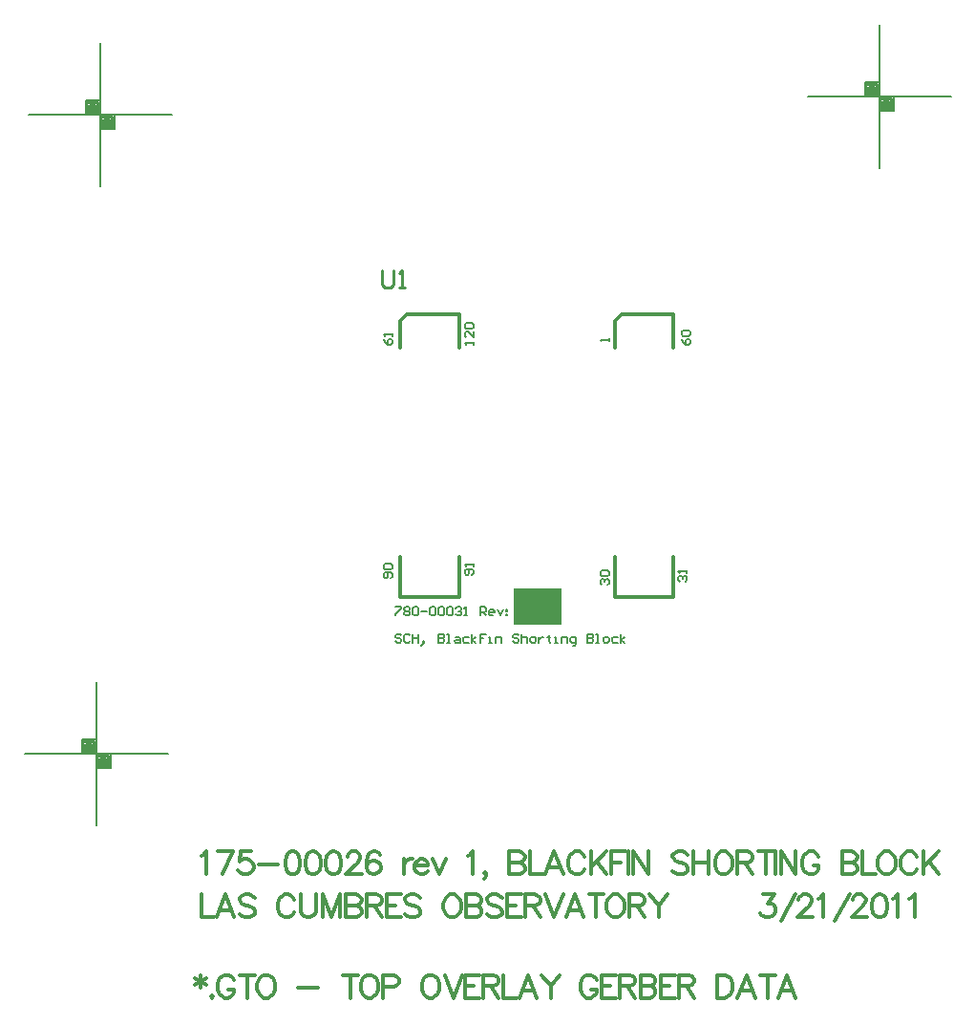
<source format=gto>
%FSLAX23Y23*%
%MOIN*%
G70*
G01*
G75*
G04 Layer_Color=65535*
%ADD10R,0.067X0.014*%
%ADD11C,0.010*%
%ADD12C,0.012*%
%ADD13C,0.008*%
%ADD14C,0.012*%
%ADD15C,0.012*%
%ADD16C,0.030*%
%ADD17C,0.007*%
%ADD18C,0.005*%
%ADD19C,0.012*%
%ADD20R,0.165X0.130*%
D11*
X15365Y11441D02*
Y11391D01*
X15375Y11381D01*
X15395D01*
X15405Y11391D01*
Y11441D01*
X15425Y11381D02*
X15445D01*
X15435D01*
Y11441D01*
X15425Y11431D01*
D12*
X14731Y8981D02*
Y8935D01*
X14712Y8970D02*
X14750Y8947D01*
Y8970D02*
X14712Y8947D01*
X14770Y8909D02*
X14766Y8905D01*
X14770Y8901D01*
X14774Y8905D01*
X14770Y8909D01*
X14848Y8962D02*
X14844Y8970D01*
X14837Y8977D01*
X14829Y8981D01*
X14814D01*
X14806Y8977D01*
X14799Y8970D01*
X14795Y8962D01*
X14791Y8951D01*
Y8931D01*
X14795Y8920D01*
X14799Y8912D01*
X14806Y8905D01*
X14814Y8901D01*
X14829D01*
X14837Y8905D01*
X14844Y8912D01*
X14848Y8920D01*
Y8931D01*
X14829D02*
X14848D01*
X14893Y8981D02*
Y8901D01*
X14867Y8981D02*
X14920D01*
X14952D02*
X14945Y8977D01*
X14937Y8970D01*
X14933Y8962D01*
X14929Y8951D01*
Y8931D01*
X14933Y8920D01*
X14937Y8912D01*
X14945Y8905D01*
X14952Y8901D01*
X14967D01*
X14975Y8905D01*
X14983Y8912D01*
X14987Y8920D01*
X14990Y8931D01*
Y8951D01*
X14987Y8962D01*
X14983Y8970D01*
X14975Y8977D01*
X14967Y8981D01*
X14952D01*
X15072Y8935D02*
X15140D01*
X15254Y8981D02*
Y8901D01*
X15227Y8981D02*
X15280D01*
X15313D02*
X15305Y8977D01*
X15297Y8970D01*
X15293Y8962D01*
X15290Y8951D01*
Y8931D01*
X15293Y8920D01*
X15297Y8912D01*
X15305Y8905D01*
X15313Y8901D01*
X15328D01*
X15335Y8905D01*
X15343Y8912D01*
X15347Y8920D01*
X15351Y8931D01*
Y8951D01*
X15347Y8962D01*
X15343Y8970D01*
X15335Y8977D01*
X15328Y8981D01*
X15313D01*
X15369Y8939D02*
X15404D01*
X15415Y8943D01*
X15419Y8947D01*
X15423Y8954D01*
Y8966D01*
X15419Y8973D01*
X15415Y8977D01*
X15404Y8981D01*
X15369D01*
Y8901D01*
X15526Y8981D02*
X15519Y8977D01*
X15511Y8970D01*
X15507Y8962D01*
X15503Y8951D01*
Y8931D01*
X15507Y8920D01*
X15511Y8912D01*
X15519Y8905D01*
X15526Y8901D01*
X15541D01*
X15549Y8905D01*
X15557Y8912D01*
X15560Y8920D01*
X15564Y8931D01*
Y8951D01*
X15560Y8962D01*
X15557Y8970D01*
X15549Y8977D01*
X15541Y8981D01*
X15526D01*
X15583D02*
X15613Y8901D01*
X15644Y8981D02*
X15613Y8901D01*
X15704Y8981D02*
X15654D01*
Y8901D01*
X15704D01*
X15654Y8943D02*
X15685D01*
X15717Y8981D02*
Y8901D01*
Y8981D02*
X15751D01*
X15763Y8977D01*
X15767Y8973D01*
X15770Y8966D01*
Y8958D01*
X15767Y8951D01*
X15763Y8947D01*
X15751Y8943D01*
X15717D01*
X15744D02*
X15770Y8901D01*
X15788Y8981D02*
Y8901D01*
X15834D01*
X15904D02*
X15873Y8981D01*
X15843Y8901D01*
X15854Y8928D02*
X15892D01*
X15922Y8981D02*
X15953Y8943D01*
Y8901D01*
X15983Y8981D02*
X15953Y8943D01*
X16114Y8962D02*
X16110Y8970D01*
X16102Y8977D01*
X16094Y8981D01*
X16079D01*
X16072Y8977D01*
X16064Y8970D01*
X16060Y8962D01*
X16056Y8951D01*
Y8931D01*
X16060Y8920D01*
X16064Y8912D01*
X16072Y8905D01*
X16079Y8901D01*
X16094D01*
X16102Y8905D01*
X16110Y8912D01*
X16114Y8920D01*
Y8931D01*
X16094D02*
X16114D01*
X16181Y8981D02*
X16132D01*
Y8901D01*
X16181D01*
X16132Y8943D02*
X16162D01*
X16195Y8981D02*
Y8901D01*
Y8981D02*
X16229D01*
X16240Y8977D01*
X16244Y8973D01*
X16248Y8966D01*
Y8958D01*
X16244Y8951D01*
X16240Y8947D01*
X16229Y8943D01*
X16195D01*
X16221D02*
X16248Y8901D01*
X16266Y8981D02*
Y8901D01*
Y8981D02*
X16300D01*
X16312Y8977D01*
X16315Y8973D01*
X16319Y8966D01*
Y8958D01*
X16315Y8951D01*
X16312Y8947D01*
X16300Y8943D01*
X16266D02*
X16300D01*
X16312Y8939D01*
X16315Y8935D01*
X16319Y8928D01*
Y8916D01*
X16315Y8909D01*
X16312Y8905D01*
X16300Y8901D01*
X16266D01*
X16387Y8981D02*
X16337D01*
Y8901D01*
X16387D01*
X16337Y8943D02*
X16368D01*
X16400Y8981D02*
Y8901D01*
Y8981D02*
X16434D01*
X16446Y8977D01*
X16449Y8973D01*
X16453Y8966D01*
Y8958D01*
X16449Y8951D01*
X16446Y8947D01*
X16434Y8943D01*
X16400D01*
X16427D02*
X16453Y8901D01*
X16534Y8981D02*
Y8901D01*
Y8981D02*
X16561D01*
X16572Y8977D01*
X16580Y8970D01*
X16584Y8962D01*
X16587Y8951D01*
Y8931D01*
X16584Y8920D01*
X16580Y8912D01*
X16572Y8905D01*
X16561Y8901D01*
X16534D01*
X16666D02*
X16636Y8981D01*
X16605Y8901D01*
X16617Y8928D02*
X16655D01*
X16711Y8981D02*
Y8901D01*
X16685Y8981D02*
X16738D01*
X16809Y8901D02*
X16778Y8981D01*
X16748Y8901D01*
X16759Y8928D02*
X16797D01*
D13*
X14130Y11983D02*
X14630D01*
X14380Y11733D02*
Y12233D01*
X14330Y11983D02*
Y12033D01*
X14380D01*
X14430Y11933D02*
Y11983D01*
X14380Y11933D02*
X14430D01*
X14385Y11978D02*
X14425D01*
Y11938D02*
Y11978D01*
X14385Y11938D02*
X14425D01*
X14385D02*
Y11978D01*
X14390Y11973D02*
X14420D01*
Y11943D02*
Y11973D01*
X14390Y11943D02*
X14420D01*
X14390D02*
Y11968D01*
X14395D02*
X14415D01*
Y11948D02*
Y11968D01*
X14395Y11948D02*
X14415D01*
X14395D02*
Y11963D01*
X14400D02*
X14410D01*
Y11953D02*
Y11963D01*
X14400Y11953D02*
X14410D01*
X14400D02*
Y11963D01*
Y11958D02*
X14410D01*
X14335Y12028D02*
X14375D01*
Y11988D02*
Y12028D01*
X14335Y11988D02*
X14375D01*
X14335D02*
Y12028D01*
X14340Y12023D02*
X14370D01*
Y11993D02*
Y12023D01*
X14340Y11993D02*
X14370D01*
X14340D02*
Y12018D01*
X14345D02*
X14365D01*
Y11998D02*
Y12018D01*
X14345Y11998D02*
X14365D01*
X14345D02*
Y12013D01*
X14350D02*
X14360D01*
Y12003D02*
Y12013D01*
X14350Y12003D02*
X14360D01*
X14350D02*
Y12013D01*
Y12008D02*
X14360D01*
X16850Y12046D02*
X17350D01*
X17100Y11796D02*
Y12296D01*
X17050Y12046D02*
Y12096D01*
X17100D01*
X17150Y11996D02*
Y12046D01*
X17100Y11996D02*
X17150D01*
X17105Y12041D02*
X17145D01*
Y12001D02*
Y12041D01*
X17105Y12001D02*
X17145D01*
X17105D02*
Y12041D01*
X17110Y12036D02*
X17140D01*
Y12006D02*
Y12036D01*
X17110Y12006D02*
X17140D01*
X17110D02*
Y12031D01*
X17115D02*
X17135D01*
Y12011D02*
Y12031D01*
X17115Y12011D02*
X17135D01*
X17115D02*
Y12026D01*
X17120D02*
X17130D01*
Y12016D02*
Y12026D01*
X17120Y12016D02*
X17130D01*
X17120D02*
Y12026D01*
Y12021D02*
X17130D01*
X17055Y12091D02*
X17095D01*
Y12051D02*
Y12091D01*
X17055Y12051D02*
X17095D01*
X17055D02*
Y12091D01*
X17060Y12086D02*
X17090D01*
Y12056D02*
Y12086D01*
X17060Y12056D02*
X17090D01*
X17060D02*
Y12081D01*
X17065D02*
X17085D01*
Y12061D02*
Y12081D01*
X17065Y12061D02*
X17085D01*
X17065D02*
Y12076D01*
X17070D02*
X17080D01*
Y12066D02*
Y12076D01*
X17070Y12066D02*
X17080D01*
X17070D02*
Y12076D01*
Y12071D02*
X17080D01*
X14116Y9752D02*
X14616D01*
X14366Y9502D02*
Y10002D01*
X14316Y9752D02*
Y9802D01*
X14366D01*
X14416Y9702D02*
Y9752D01*
X14366Y9702D02*
X14416D01*
X14371Y9747D02*
X14411D01*
Y9707D02*
Y9747D01*
X14371Y9707D02*
X14411D01*
X14371D02*
Y9747D01*
X14376Y9742D02*
X14406D01*
Y9712D02*
Y9742D01*
X14376Y9712D02*
X14406D01*
X14376D02*
Y9737D01*
X14381D02*
X14401D01*
Y9717D02*
Y9737D01*
X14381Y9717D02*
X14401D01*
X14381D02*
Y9732D01*
X14386D02*
X14396D01*
Y9722D02*
Y9732D01*
X14386Y9722D02*
X14396D01*
X14386D02*
Y9732D01*
Y9727D02*
X14396D01*
X14321Y9797D02*
X14361D01*
Y9757D02*
Y9797D01*
X14321Y9757D02*
X14361D01*
X14321D02*
Y9797D01*
X14326Y9792D02*
X14356D01*
Y9762D02*
Y9792D01*
X14326Y9762D02*
X14356D01*
X14326D02*
Y9787D01*
X14331D02*
X14351D01*
Y9767D02*
Y9787D01*
X14331Y9767D02*
X14351D01*
X14331D02*
Y9782D01*
X14336D02*
X14346D01*
Y9772D02*
Y9782D01*
X14336Y9772D02*
X14346D01*
X14336D02*
Y9782D01*
Y9777D02*
X14346D01*
D14*
X14733Y9262D02*
Y9182D01*
X14778D01*
X14848D02*
X14817Y9262D01*
X14787Y9182D01*
X14798Y9208D02*
X14837D01*
X14920Y9250D02*
X14912Y9258D01*
X14901Y9262D01*
X14886D01*
X14874Y9258D01*
X14867Y9250D01*
Y9243D01*
X14870Y9235D01*
X14874Y9231D01*
X14882Y9227D01*
X14905Y9220D01*
X14912Y9216D01*
X14916Y9212D01*
X14920Y9204D01*
Y9193D01*
X14912Y9185D01*
X14901Y9182D01*
X14886D01*
X14874Y9185D01*
X14867Y9193D01*
X15058Y9243D02*
X15054Y9250D01*
X15046Y9258D01*
X15039Y9262D01*
X15024D01*
X15016Y9258D01*
X15008Y9250D01*
X15005Y9243D01*
X15001Y9231D01*
Y9212D01*
X15005Y9201D01*
X15008Y9193D01*
X15016Y9185D01*
X15024Y9182D01*
X15039D01*
X15046Y9185D01*
X15054Y9193D01*
X15058Y9201D01*
X15080Y9262D02*
Y9204D01*
X15084Y9193D01*
X15092Y9185D01*
X15103Y9182D01*
X15111D01*
X15122Y9185D01*
X15130Y9193D01*
X15134Y9204D01*
Y9262D01*
X15156D02*
Y9182D01*
Y9262D02*
X15186Y9182D01*
X15217Y9262D02*
X15186Y9182D01*
X15217Y9262D02*
Y9182D01*
X15239Y9262D02*
Y9182D01*
Y9262D02*
X15274D01*
X15285Y9258D01*
X15289Y9254D01*
X15293Y9246D01*
Y9239D01*
X15289Y9231D01*
X15285Y9227D01*
X15274Y9223D01*
X15239D02*
X15274D01*
X15285Y9220D01*
X15289Y9216D01*
X15293Y9208D01*
Y9197D01*
X15289Y9189D01*
X15285Y9185D01*
X15274Y9182D01*
X15239D01*
X15311Y9262D02*
Y9182D01*
Y9262D02*
X15345D01*
X15356Y9258D01*
X15360Y9254D01*
X15364Y9246D01*
Y9239D01*
X15360Y9231D01*
X15356Y9227D01*
X15345Y9223D01*
X15311D01*
X15337D02*
X15364Y9182D01*
X15431Y9262D02*
X15382D01*
Y9182D01*
X15431D01*
X15382Y9223D02*
X15412D01*
X15498Y9250D02*
X15490Y9258D01*
X15479Y9262D01*
X15464D01*
X15452Y9258D01*
X15445Y9250D01*
Y9243D01*
X15449Y9235D01*
X15452Y9231D01*
X15460Y9227D01*
X15483Y9220D01*
X15490Y9216D01*
X15494Y9212D01*
X15498Y9204D01*
Y9193D01*
X15490Y9185D01*
X15479Y9182D01*
X15464D01*
X15452Y9185D01*
X15445Y9193D01*
X15602Y9262D02*
X15594Y9258D01*
X15586Y9250D01*
X15583Y9243D01*
X15579Y9231D01*
Y9212D01*
X15583Y9201D01*
X15586Y9193D01*
X15594Y9185D01*
X15602Y9182D01*
X15617D01*
X15625Y9185D01*
X15632Y9193D01*
X15636Y9201D01*
X15640Y9212D01*
Y9231D01*
X15636Y9243D01*
X15632Y9250D01*
X15625Y9258D01*
X15617Y9262D01*
X15602D01*
X15658D02*
Y9182D01*
Y9262D02*
X15693D01*
X15704Y9258D01*
X15708Y9254D01*
X15712Y9246D01*
Y9239D01*
X15708Y9231D01*
X15704Y9227D01*
X15693Y9223D01*
X15658D02*
X15693D01*
X15704Y9220D01*
X15708Y9216D01*
X15712Y9208D01*
Y9197D01*
X15708Y9189D01*
X15704Y9185D01*
X15693Y9182D01*
X15658D01*
X15783Y9250D02*
X15775Y9258D01*
X15764Y9262D01*
X15749D01*
X15737Y9258D01*
X15730Y9250D01*
Y9243D01*
X15733Y9235D01*
X15737Y9231D01*
X15745Y9227D01*
X15768Y9220D01*
X15775Y9216D01*
X15779Y9212D01*
X15783Y9204D01*
Y9193D01*
X15775Y9185D01*
X15764Y9182D01*
X15749D01*
X15737Y9185D01*
X15730Y9193D01*
X15850Y9262D02*
X15801D01*
Y9182D01*
X15850D01*
X15801Y9223D02*
X15831D01*
X15864Y9262D02*
Y9182D01*
Y9262D02*
X15898D01*
X15909Y9258D01*
X15913Y9254D01*
X15917Y9246D01*
Y9239D01*
X15913Y9231D01*
X15909Y9227D01*
X15898Y9223D01*
X15864D01*
X15890D02*
X15917Y9182D01*
X15935Y9262D02*
X15965Y9182D01*
X15996Y9262D02*
X15965Y9182D01*
X16067D02*
X16037Y9262D01*
X16006Y9182D01*
X16018Y9208D02*
X16056D01*
X16112Y9262D02*
Y9182D01*
X16086Y9262D02*
X16139D01*
X16171D02*
X16164Y9258D01*
X16156Y9250D01*
X16152Y9243D01*
X16149Y9231D01*
Y9212D01*
X16152Y9201D01*
X16156Y9193D01*
X16164Y9185D01*
X16171Y9182D01*
X16187D01*
X16194Y9185D01*
X16202Y9193D01*
X16206Y9201D01*
X16210Y9212D01*
Y9231D01*
X16206Y9243D01*
X16202Y9250D01*
X16194Y9258D01*
X16187Y9262D01*
X16171D01*
X16228D02*
Y9182D01*
Y9262D02*
X16263D01*
X16274Y9258D01*
X16278Y9254D01*
X16282Y9246D01*
Y9239D01*
X16278Y9231D01*
X16274Y9227D01*
X16263Y9223D01*
X16228D01*
X16255D02*
X16282Y9182D01*
X16299Y9262D02*
X16330Y9223D01*
Y9182D01*
X16360Y9262D02*
X16330Y9223D01*
X16693Y9262D02*
X16734D01*
X16712Y9231D01*
X16723D01*
X16731Y9227D01*
X16734Y9223D01*
X16738Y9212D01*
Y9204D01*
X16734Y9193D01*
X16727Y9185D01*
X16715Y9182D01*
X16704D01*
X16693Y9185D01*
X16689Y9189D01*
X16685Y9197D01*
X16756Y9170D02*
X16809Y9262D01*
X16819Y9243D02*
Y9246D01*
X16822Y9254D01*
X16826Y9258D01*
X16834Y9262D01*
X16849D01*
X16857Y9258D01*
X16860Y9254D01*
X16864Y9246D01*
Y9239D01*
X16860Y9231D01*
X16853Y9220D01*
X16815Y9182D01*
X16868D01*
X16886Y9246D02*
X16894Y9250D01*
X16905Y9262D01*
Y9182D01*
X16945Y9170D02*
X16998Y9262D01*
X17007Y9243D02*
Y9246D01*
X17011Y9254D01*
X17015Y9258D01*
X17022Y9262D01*
X17038D01*
X17045Y9258D01*
X17049Y9254D01*
X17053Y9246D01*
Y9239D01*
X17049Y9231D01*
X17041Y9220D01*
X17003Y9182D01*
X17057D01*
X17097Y9262D02*
X17086Y9258D01*
X17078Y9246D01*
X17075Y9227D01*
Y9216D01*
X17078Y9197D01*
X17086Y9185D01*
X17097Y9182D01*
X17105D01*
X17116Y9185D01*
X17124Y9197D01*
X17128Y9216D01*
Y9227D01*
X17124Y9246D01*
X17116Y9258D01*
X17105Y9262D01*
X17097D01*
X17146Y9246D02*
X17153Y9250D01*
X17165Y9262D01*
Y9182D01*
X17204Y9246D02*
X17212Y9250D01*
X17223Y9262D01*
Y9182D01*
D15*
X14733Y9396D02*
X14740Y9400D01*
X14752Y9412D01*
Y9332D01*
X14845Y9412D02*
X14806Y9332D01*
X14791Y9412D02*
X14845D01*
X14908D02*
X14870D01*
X14866Y9377D01*
X14870Y9381D01*
X14881Y9385D01*
X14893D01*
X14904Y9381D01*
X14912Y9373D01*
X14916Y9362D01*
Y9354D01*
X14912Y9343D01*
X14904Y9335D01*
X14893Y9332D01*
X14881D01*
X14870Y9335D01*
X14866Y9339D01*
X14862Y9347D01*
X14934Y9366D02*
X15002D01*
X15049Y9412D02*
X15037Y9408D01*
X15030Y9396D01*
X15026Y9377D01*
Y9366D01*
X15030Y9347D01*
X15037Y9335D01*
X15049Y9332D01*
X15056D01*
X15068Y9335D01*
X15075Y9347D01*
X15079Y9366D01*
Y9377D01*
X15075Y9396D01*
X15068Y9408D01*
X15056Y9412D01*
X15049D01*
X15120D02*
X15108Y9408D01*
X15101Y9396D01*
X15097Y9377D01*
Y9366D01*
X15101Y9347D01*
X15108Y9335D01*
X15120Y9332D01*
X15128D01*
X15139Y9335D01*
X15147Y9347D01*
X15150Y9366D01*
Y9377D01*
X15147Y9396D01*
X15139Y9408D01*
X15128Y9412D01*
X15120D01*
X15191D02*
X15180Y9408D01*
X15172Y9396D01*
X15168Y9377D01*
Y9366D01*
X15172Y9347D01*
X15180Y9335D01*
X15191Y9332D01*
X15199D01*
X15210Y9335D01*
X15218Y9347D01*
X15222Y9366D01*
Y9377D01*
X15218Y9396D01*
X15210Y9408D01*
X15199Y9412D01*
X15191D01*
X15243Y9393D02*
Y9396D01*
X15247Y9404D01*
X15251Y9408D01*
X15259Y9412D01*
X15274D01*
X15281Y9408D01*
X15285Y9404D01*
X15289Y9396D01*
Y9389D01*
X15285Y9381D01*
X15278Y9370D01*
X15239Y9332D01*
X15293D01*
X15356Y9400D02*
X15353Y9408D01*
X15341Y9412D01*
X15334D01*
X15322Y9408D01*
X15315Y9396D01*
X15311Y9377D01*
Y9358D01*
X15315Y9343D01*
X15322Y9335D01*
X15334Y9332D01*
X15337D01*
X15349Y9335D01*
X15356Y9343D01*
X15360Y9354D01*
Y9358D01*
X15356Y9370D01*
X15349Y9377D01*
X15337Y9381D01*
X15334D01*
X15322Y9377D01*
X15315Y9370D01*
X15311Y9358D01*
X15441Y9385D02*
Y9332D01*
Y9362D02*
X15444Y9373D01*
X15452Y9381D01*
X15460Y9385D01*
X15471D01*
X15478Y9362D02*
X15524D01*
Y9370D01*
X15520Y9377D01*
X15516Y9381D01*
X15509Y9385D01*
X15497D01*
X15490Y9381D01*
X15482Y9373D01*
X15478Y9362D01*
Y9354D01*
X15482Y9343D01*
X15490Y9335D01*
X15497Y9332D01*
X15509D01*
X15516Y9335D01*
X15524Y9343D01*
X15541Y9385D02*
X15564Y9332D01*
X15587Y9385D02*
X15564Y9332D01*
X15663Y9396D02*
X15670Y9400D01*
X15682Y9412D01*
Y9332D01*
X15729Y9335D02*
X15725Y9332D01*
X15721Y9335D01*
X15725Y9339D01*
X15729Y9335D01*
Y9328D01*
X15725Y9320D01*
X15721Y9316D01*
X15809Y9412D02*
Y9332D01*
Y9412D02*
X15844D01*
X15855Y9408D01*
X15859Y9404D01*
X15863Y9396D01*
Y9389D01*
X15859Y9381D01*
X15855Y9377D01*
X15844Y9373D01*
X15809D02*
X15844D01*
X15855Y9370D01*
X15859Y9366D01*
X15863Y9358D01*
Y9347D01*
X15859Y9339D01*
X15855Y9335D01*
X15844Y9332D01*
X15809D01*
X15881Y9412D02*
Y9332D01*
X15926D01*
X15996D02*
X15965Y9412D01*
X15935Y9332D01*
X15946Y9358D02*
X15984D01*
X16072Y9393D02*
X16068Y9400D01*
X16060Y9408D01*
X16053Y9412D01*
X16037D01*
X16030Y9408D01*
X16022Y9400D01*
X16018Y9393D01*
X16015Y9381D01*
Y9362D01*
X16018Y9351D01*
X16022Y9343D01*
X16030Y9335D01*
X16037Y9332D01*
X16053D01*
X16060Y9335D01*
X16068Y9343D01*
X16072Y9351D01*
X16094Y9412D02*
Y9332D01*
X16147Y9412D02*
X16094Y9358D01*
X16113Y9377D02*
X16147Y9332D01*
X16165Y9412D02*
Y9332D01*
Y9412D02*
X16215D01*
X16165Y9373D02*
X16196D01*
X16224Y9412D02*
Y9332D01*
X16241Y9412D02*
Y9332D01*
Y9412D02*
X16294Y9332D01*
Y9412D02*
Y9332D01*
X16432Y9400D02*
X16425Y9408D01*
X16413Y9412D01*
X16398D01*
X16387Y9408D01*
X16379Y9400D01*
Y9393D01*
X16383Y9385D01*
X16387Y9381D01*
X16394Y9377D01*
X16417Y9370D01*
X16425Y9366D01*
X16429Y9362D01*
X16432Y9354D01*
Y9343D01*
X16425Y9335D01*
X16413Y9332D01*
X16398D01*
X16387Y9335D01*
X16379Y9343D01*
X16450Y9412D02*
Y9332D01*
X16504Y9412D02*
Y9332D01*
X16450Y9373D02*
X16504D01*
X16549Y9412D02*
X16541Y9408D01*
X16533Y9400D01*
X16530Y9393D01*
X16526Y9381D01*
Y9362D01*
X16530Y9351D01*
X16533Y9343D01*
X16541Y9335D01*
X16549Y9332D01*
X16564D01*
X16571Y9335D01*
X16579Y9343D01*
X16583Y9351D01*
X16587Y9362D01*
Y9381D01*
X16583Y9393D01*
X16579Y9400D01*
X16571Y9408D01*
X16564Y9412D01*
X16549D01*
X16605D02*
Y9332D01*
Y9412D02*
X16640D01*
X16651Y9408D01*
X16655Y9404D01*
X16659Y9396D01*
Y9389D01*
X16655Y9381D01*
X16651Y9377D01*
X16640Y9373D01*
X16605D01*
X16632D02*
X16659Y9332D01*
X16703Y9412D02*
Y9332D01*
X16677Y9412D02*
X16730D01*
X16739D02*
Y9332D01*
X16756Y9412D02*
Y9332D01*
Y9412D02*
X16809Y9332D01*
Y9412D02*
Y9332D01*
X16889Y9393D02*
X16885Y9400D01*
X16877Y9408D01*
X16870Y9412D01*
X16854D01*
X16847Y9408D01*
X16839Y9400D01*
X16835Y9393D01*
X16832Y9381D01*
Y9362D01*
X16835Y9351D01*
X16839Y9343D01*
X16847Y9335D01*
X16854Y9332D01*
X16870D01*
X16877Y9335D01*
X16885Y9343D01*
X16889Y9351D01*
Y9362D01*
X16870D02*
X16889D01*
X16970Y9412D02*
Y9332D01*
Y9412D02*
X17004D01*
X17015Y9408D01*
X17019Y9404D01*
X17023Y9396D01*
Y9389D01*
X17019Y9381D01*
X17015Y9377D01*
X17004Y9373D01*
X16970D02*
X17004D01*
X17015Y9370D01*
X17019Y9366D01*
X17023Y9358D01*
Y9347D01*
X17019Y9339D01*
X17015Y9335D01*
X17004Y9332D01*
X16970D01*
X17041Y9412D02*
Y9332D01*
X17087D01*
X17118Y9412D02*
X17111Y9408D01*
X17103Y9400D01*
X17099Y9393D01*
X17095Y9381D01*
Y9362D01*
X17099Y9351D01*
X17103Y9343D01*
X17111Y9335D01*
X17118Y9332D01*
X17134D01*
X17141Y9335D01*
X17149Y9343D01*
X17153Y9351D01*
X17156Y9362D01*
Y9381D01*
X17153Y9393D01*
X17149Y9400D01*
X17141Y9408D01*
X17134Y9412D01*
X17118D01*
X17232Y9393D02*
X17228Y9400D01*
X17221Y9408D01*
X17213Y9412D01*
X17198D01*
X17190Y9408D01*
X17183Y9400D01*
X17179Y9393D01*
X17175Y9381D01*
Y9362D01*
X17179Y9351D01*
X17183Y9343D01*
X17190Y9335D01*
X17198Y9332D01*
X17213D01*
X17221Y9335D01*
X17228Y9343D01*
X17232Y9351D01*
X17255Y9412D02*
Y9332D01*
X17308Y9412D02*
X17255Y9358D01*
X17274Y9377D02*
X17308Y9332D01*
D18*
X15432Y10166D02*
X15427Y10171D01*
X15417D01*
X15412Y10166D01*
Y10161D01*
X15417Y10156D01*
X15427D01*
X15432Y10151D01*
Y10146D01*
X15427Y10141D01*
X15417D01*
X15412Y10146D01*
X15462Y10166D02*
X15457Y10171D01*
X15447D01*
X15442Y10166D01*
Y10146D01*
X15447Y10141D01*
X15457D01*
X15462Y10146D01*
X15472Y10171D02*
Y10141D01*
Y10156D01*
X15492D01*
Y10171D01*
Y10141D01*
X15507Y10136D02*
X15512Y10141D01*
Y10146D01*
X15507D01*
Y10141D01*
X15512D01*
X15507Y10136D01*
X15502Y10131D01*
X15562Y10171D02*
Y10141D01*
X15577D01*
X15582Y10146D01*
Y10151D01*
X15577Y10156D01*
X15562D01*
X15577D01*
X15582Y10161D01*
Y10166D01*
X15577Y10171D01*
X15562D01*
X15592Y10141D02*
X15602D01*
X15597D01*
Y10171D01*
X15592D01*
X15622Y10161D02*
X15632D01*
X15637Y10156D01*
Y10141D01*
X15622D01*
X15617Y10146D01*
X15622Y10151D01*
X15637D01*
X15667Y10161D02*
X15652D01*
X15647Y10156D01*
Y10146D01*
X15652Y10141D01*
X15667D01*
X15677D02*
Y10171D01*
Y10151D02*
X15692Y10161D01*
X15677Y10151D02*
X15692Y10141D01*
X15727Y10171D02*
X15707D01*
Y10156D01*
X15717D01*
X15707D01*
Y10141D01*
X15737D02*
X15747D01*
X15742D01*
Y10161D01*
X15737D01*
X15762Y10141D02*
Y10161D01*
X15777D01*
X15782Y10156D01*
Y10141D01*
X15842Y10166D02*
X15837Y10171D01*
X15827D01*
X15822Y10166D01*
Y10161D01*
X15827Y10156D01*
X15837D01*
X15842Y10151D01*
Y10146D01*
X15837Y10141D01*
X15827D01*
X15822Y10146D01*
X15852Y10171D02*
Y10141D01*
Y10156D01*
X15857Y10161D01*
X15867D01*
X15872Y10156D01*
Y10141D01*
X15887D02*
X15897D01*
X15902Y10146D01*
Y10156D01*
X15897Y10161D01*
X15887D01*
X15882Y10156D01*
Y10146D01*
X15887Y10141D01*
X15912Y10161D02*
Y10141D01*
Y10151D01*
X15917Y10156D01*
X15922Y10161D01*
X15927D01*
X15947Y10166D02*
Y10161D01*
X15942D01*
X15952D01*
X15947D01*
Y10146D01*
X15952Y10141D01*
X15967D02*
X15977D01*
X15972D01*
Y10161D01*
X15967D01*
X15992Y10141D02*
Y10161D01*
X16007D01*
X16012Y10156D01*
Y10141D01*
X16032Y10131D02*
X16037D01*
X16042Y10136D01*
Y10161D01*
X16027D01*
X16022Y10156D01*
Y10146D01*
X16027Y10141D01*
X16042D01*
X16082Y10171D02*
Y10141D01*
X16097D01*
X16102Y10146D01*
Y10151D01*
X16097Y10156D01*
X16082D01*
X16097D01*
X16102Y10161D01*
Y10166D01*
X16097Y10171D01*
X16082D01*
X16112Y10141D02*
X16122D01*
X16117D01*
Y10171D01*
X16112D01*
X16142Y10141D02*
X16152D01*
X16157Y10146D01*
Y10156D01*
X16152Y10161D01*
X16142D01*
X16137Y10156D01*
Y10146D01*
X16142Y10141D01*
X16187Y10161D02*
X16172D01*
X16167Y10156D01*
Y10146D01*
X16172Y10141D01*
X16187D01*
X16197D02*
Y10171D01*
Y10151D02*
X16212Y10161D01*
X16197Y10151D02*
X16212Y10141D01*
X15412Y10266D02*
X15432D01*
Y10261D01*
X15412Y10241D01*
Y10236D01*
X15442Y10261D02*
X15447Y10266D01*
X15457D01*
X15462Y10261D01*
Y10256D01*
X15457Y10251D01*
X15462Y10246D01*
Y10241D01*
X15457Y10236D01*
X15447D01*
X15442Y10241D01*
Y10246D01*
X15447Y10251D01*
X15442Y10256D01*
Y10261D01*
X15447Y10251D02*
X15457D01*
X15472Y10261D02*
X15477Y10266D01*
X15487D01*
X15492Y10261D01*
Y10241D01*
X15487Y10236D01*
X15477D01*
X15472Y10241D01*
Y10261D01*
X15502Y10251D02*
X15522D01*
X15532Y10261D02*
X15537Y10266D01*
X15547D01*
X15552Y10261D01*
Y10241D01*
X15547Y10236D01*
X15537D01*
X15532Y10241D01*
Y10261D01*
X15562D02*
X15567Y10266D01*
X15577D01*
X15582Y10261D01*
Y10241D01*
X15577Y10236D01*
X15567D01*
X15562Y10241D01*
Y10261D01*
X15592D02*
X15597Y10266D01*
X15607D01*
X15612Y10261D01*
Y10241D01*
X15607Y10236D01*
X15597D01*
X15592Y10241D01*
Y10261D01*
X15622D02*
X15627Y10266D01*
X15637D01*
X15642Y10261D01*
Y10256D01*
X15637Y10251D01*
X15632D01*
X15637D01*
X15642Y10246D01*
Y10241D01*
X15637Y10236D01*
X15627D01*
X15622Y10241D01*
X15652Y10236D02*
X15662D01*
X15657D01*
Y10266D01*
X15652Y10261D01*
X15707Y10236D02*
Y10266D01*
X15722D01*
X15727Y10261D01*
Y10251D01*
X15722Y10246D01*
X15707D01*
X15717D02*
X15727Y10236D01*
X15752D02*
X15742D01*
X15737Y10241D01*
Y10251D01*
X15742Y10256D01*
X15752D01*
X15757Y10251D01*
Y10246D01*
X15737D01*
X15767Y10256D02*
X15777Y10236D01*
X15787Y10256D01*
X15797D02*
X15802D01*
Y10251D01*
X15797D01*
Y10256D01*
Y10241D02*
X15802D01*
Y10236D01*
X15797D01*
Y10241D01*
X15684Y11180D02*
Y11190D01*
Y11185D01*
X15654D01*
X15659Y11180D01*
X15684Y11225D02*
Y11205D01*
X15664Y11225D01*
X15659D01*
X15654Y11220D01*
Y11210D01*
X15659Y11205D01*
Y11235D02*
X15654Y11240D01*
Y11250D01*
X15659Y11255D01*
X15679D01*
X15684Y11250D01*
Y11240D01*
X15679Y11235D01*
X15659D01*
X15370Y11200D02*
X15375Y11190D01*
X15385Y11180D01*
X15395D01*
X15400Y11185D01*
Y11195D01*
X15395Y11200D01*
X15390D01*
X15385Y11195D01*
Y11180D01*
X15400Y11210D02*
Y11220D01*
Y11215D01*
X15370D01*
X15375Y11210D01*
X16156Y11192D02*
Y11202D01*
Y11197D01*
X16126D01*
X16131Y11192D01*
X16410Y11200D02*
X16415Y11190D01*
X16425Y11180D01*
X16435D01*
X16440Y11185D01*
Y11195D01*
X16435Y11200D01*
X16430D01*
X16425Y11195D01*
Y11180D01*
X16415Y11210D02*
X16410Y11215D01*
Y11225D01*
X16415Y11230D01*
X16435D01*
X16440Y11225D01*
Y11215D01*
X16435Y11210D01*
X16415D01*
X16131Y10342D02*
X16126Y10347D01*
Y10357D01*
X16131Y10362D01*
X16136D01*
X16141Y10357D01*
Y10352D01*
Y10357D01*
X16146Y10362D01*
X16151D01*
X16156Y10357D01*
Y10347D01*
X16151Y10342D01*
X16131Y10372D02*
X16126Y10377D01*
Y10387D01*
X16131Y10392D01*
X16151D01*
X16156Y10387D01*
Y10377D01*
X16151Y10372D01*
X16131D01*
X16403Y10354D02*
X16398Y10359D01*
Y10369D01*
X16403Y10374D01*
X16408D01*
X16413Y10369D01*
Y10364D01*
Y10369D01*
X16418Y10374D01*
X16423D01*
X16428Y10369D01*
Y10359D01*
X16423Y10354D01*
X16428Y10384D02*
Y10394D01*
Y10389D01*
X16398D01*
X16403Y10384D01*
X15395Y10365D02*
X15400Y10370D01*
Y10380D01*
X15395Y10385D01*
X15375D01*
X15370Y10380D01*
Y10370D01*
X15375Y10365D01*
X15380D01*
X15385Y10370D01*
Y10385D01*
X15375Y10395D02*
X15370Y10400D01*
Y10410D01*
X15375Y10415D01*
X15395D01*
X15400Y10410D01*
Y10400D01*
X15395Y10395D01*
X15375D01*
X15679Y10377D02*
X15684Y10382D01*
Y10392D01*
X15679Y10397D01*
X15659D01*
X15654Y10392D01*
Y10382D01*
X15659Y10377D01*
X15664D01*
X15669Y10382D01*
Y10397D01*
X15684Y10407D02*
Y10417D01*
Y10412D01*
X15654D01*
X15659Y10407D01*
D19*
X15428Y11169D02*
Y11263D01*
X15451Y11287D01*
X15633D01*
Y11169D02*
Y11287D01*
Y10299D02*
Y10440D01*
X15428Y10299D02*
X15633D01*
X15428D02*
Y10440D01*
X16176Y11169D02*
Y11263D01*
X16200Y11287D01*
X16381D01*
Y11169D02*
Y11287D01*
Y10299D02*
Y10440D01*
X16176Y10299D02*
X16381D01*
X16176D02*
Y10440D01*
D20*
X15908Y10265D02*
D03*
M02*

</source>
